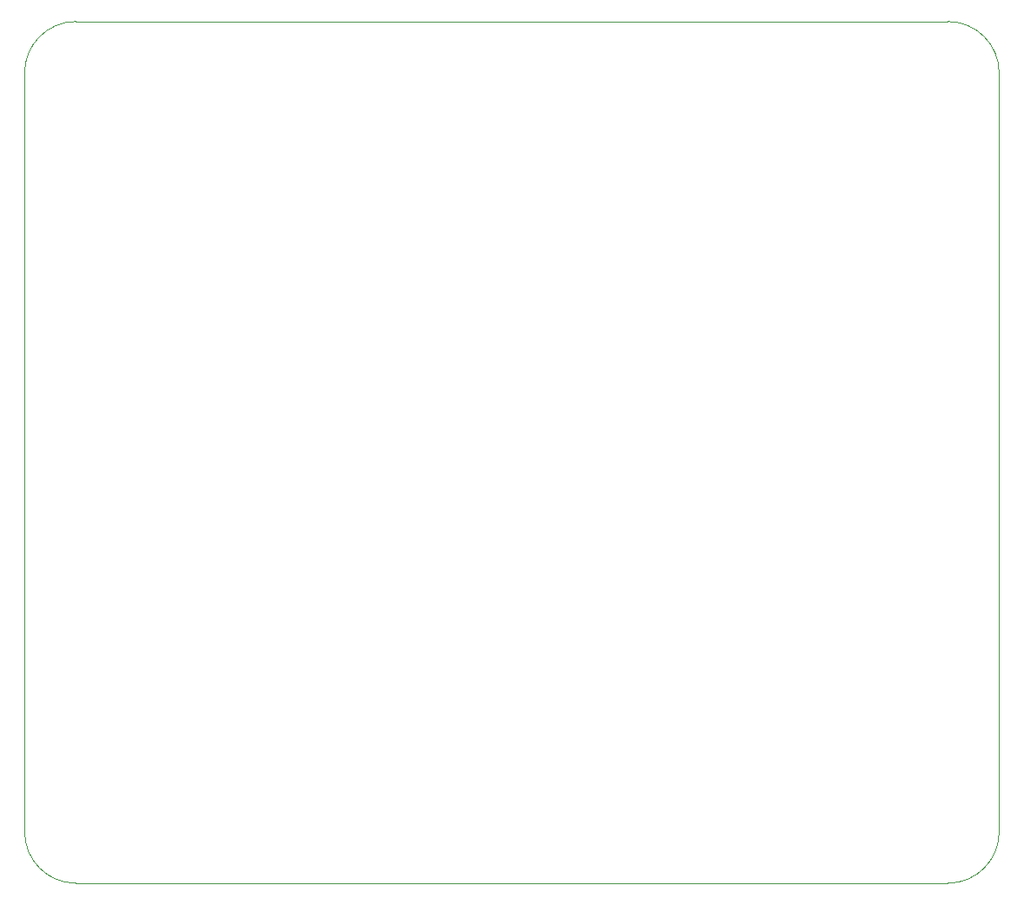
<source format=gbr>
%TF.GenerationSoftware,KiCad,Pcbnew,(5.1.6)-1*%
%TF.CreationDate,2020-08-30T19:00:44+08:00*%
%TF.ProjectId,tftesp8266,74667465-7370-4383-9236-362e6b696361,rev?*%
%TF.SameCoordinates,Original*%
%TF.FileFunction,Profile,NP*%
%FSLAX46Y46*%
G04 Gerber Fmt 4.6, Leading zero omitted, Abs format (unit mm)*
G04 Created by KiCad (PCBNEW (5.1.6)-1) date 2020-08-30 19:00:44*
%MOMM*%
%LPD*%
G01*
G04 APERTURE LIST*
%TA.AperFunction,Profile*%
%ADD10C,0.050000*%
%TD*%
G04 APERTURE END LIST*
D10*
X102000000Y-44000000D02*
X187000000Y-44000000D01*
X97000000Y-123000000D02*
X97000000Y-49000000D01*
X187000000Y-128000000D02*
X102000000Y-128000000D01*
X192000000Y-49000000D02*
X192000000Y-123000000D01*
X97000000Y-49000000D02*
G75*
G02*
X102000000Y-44000000I5000000J0D01*
G01*
X102000000Y-128000000D02*
G75*
G02*
X97000000Y-123000000I0J5000000D01*
G01*
X192000000Y-123000000D02*
G75*
G02*
X187000000Y-128000000I-5000000J0D01*
G01*
X187000000Y-44000000D02*
G75*
G02*
X192000000Y-49000000I0J-5000000D01*
G01*
M02*

</source>
